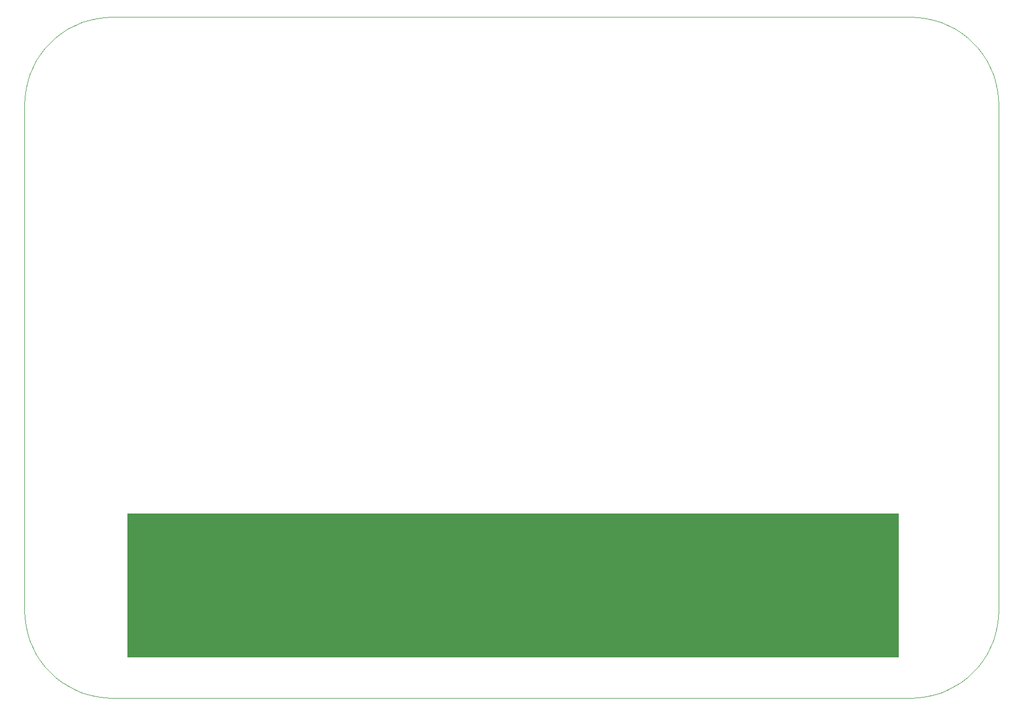
<source format=gbr>
%TF.GenerationSoftware,Altium Limited,Altium NEXUS,2.1.5 (53)*%
G04 Layer_Color=0*
%FSLAX44Y44*%
%MOMM*%
%TF.FileFunction,Profile,NP*%
%TF.Part,Single*%
G01*
G75*
%TA.AperFunction,Profile*%
%ADD63C,0.0254*%
G36*
X165000Y443600D02*
X1400000D01*
Y213600D01*
X165000D01*
Y443600D01*
D02*
G37*
G36*
X824230Y381000D02*
D01*
D02*
G37*
D63*
X0Y1098550D02*
X0Y288550D01*
X533Y276348D01*
X2127Y264239D01*
X4770Y252315D01*
X8443Y240667D01*
X13117Y229384D01*
X18757Y218550D01*
X25319Y208249D01*
X32754Y198560D01*
X41005Y189555D01*
X50010Y181304D01*
X59699Y173869D01*
X70000Y167306D01*
X80834Y161667D01*
X92117Y156993D01*
X103765Y153320D01*
X115689Y150677D01*
X127798Y149083D01*
X140000Y148550D01*
X1420000Y148550D01*
X1432202Y149083D01*
X1444311Y150677D01*
X1456235Y153321D01*
X1467883Y156993D01*
X1479167Y161667D01*
X1490000Y167307D01*
X1500301Y173869D01*
X1509990Y181304D01*
X1518995Y189555D01*
X1527246Y198560D01*
X1534681Y208249D01*
X1541244Y218550D01*
X1546883Y229384D01*
X1551557Y240667D01*
X1555230Y252316D01*
X1557873Y264240D01*
X1559467Y276348D01*
X1560000Y288550D01*
Y1098550D01*
X1559467Y1110752D01*
X1557873Y1122861D01*
X1555230Y1134785D01*
X1551557Y1146433D01*
X1546883Y1157717D01*
X1541244Y1168550D01*
X1534681Y1178851D01*
X1527246Y1188541D01*
X1518995Y1197545D01*
X1509990Y1205797D01*
X1500301Y1213231D01*
X1490000Y1219794D01*
X1479167Y1225433D01*
X1467883Y1230107D01*
X1456235Y1233780D01*
X1444311Y1236423D01*
X1432202Y1238018D01*
X1420000Y1238550D01*
X140000D01*
X127798Y1238017D01*
X115689Y1236423D01*
X103765Y1233780D01*
X92117Y1230107D01*
X80833Y1225433D01*
X70000Y1219793D01*
X59699Y1213231D01*
X50010Y1205796D01*
X41005Y1197545D01*
X32754Y1188540D01*
X25319Y1178851D01*
X18756Y1168550D01*
X13117Y1157717D01*
X8443Y1146433D01*
X4770Y1134785D01*
X2127Y1122861D01*
X533Y1110752D01*
X0Y1098550D01*
%TF.MD5,247687215fa6007aea04d973c4ad8ed4*%
M02*

</source>
